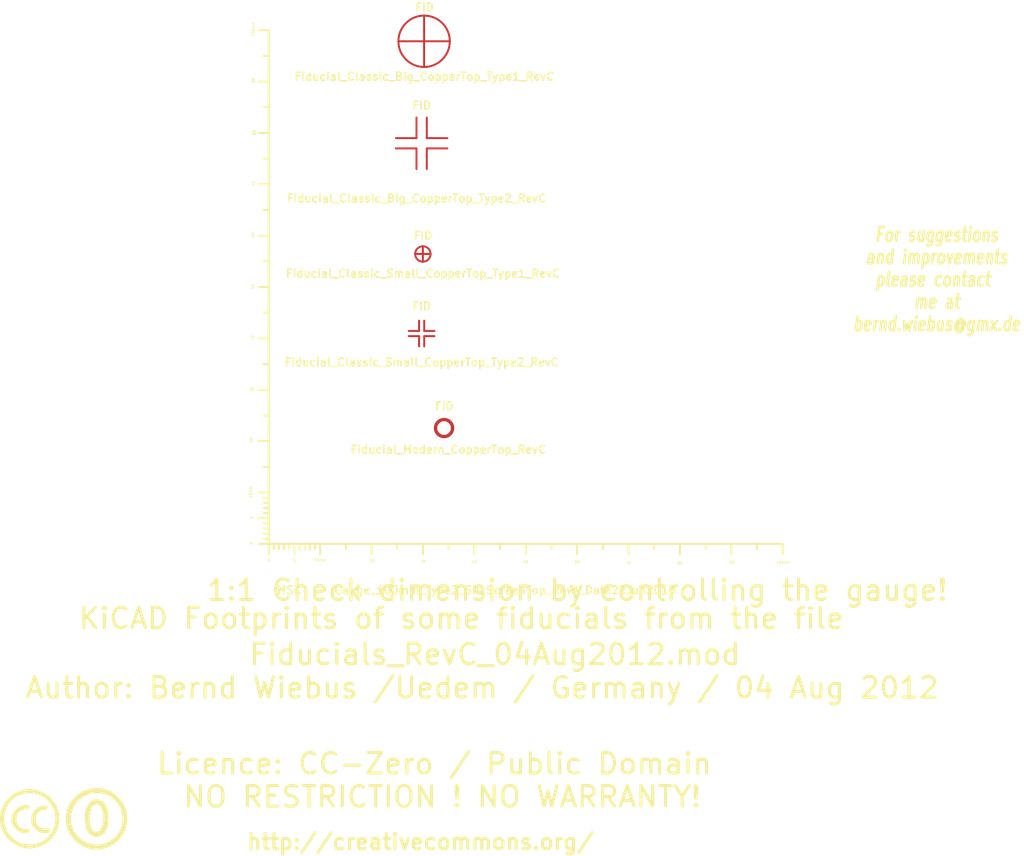
<source format=kicad_pcb>
(kicad_pcb (version 3) (host pcbnew "(2013-03-30 BZR 4007)-stable")

  (general
    (links 0)
    (no_connects 0)
    (area -6.40696 -31.671484 210.30946 192.6694)
    (thickness 1.6002)
    (drawings 7)
    (tracks 0)
    (zones 0)
    (modules 8)
    (nets 1)
  )

  (page A4)
  (layers
    (15 Vorderseite signal)
    (0 Rückseite signal)
    (16 B.Adhes user)
    (17 F.Adhes user)
    (18 B.Paste user)
    (19 F.Paste user)
    (20 B.SilkS user)
    (21 F.SilkS user)
    (22 B.Mask user)
    (23 F.Mask user)
    (24 Dwgs.User user)
    (25 Cmts.User user)
    (26 Eco1.User user)
    (27 Eco2.User user)
    (28 Edge.Cuts user)
  )

  (setup
    (last_trace_width 0.2032)
    (trace_clearance 0.254)
    (zone_clearance 0.508)
    (zone_45_only no)
    (trace_min 0.2032)
    (segment_width 0.381)
    (edge_width 0.381)
    (via_size 0.889)
    (via_drill 0.635)
    (via_min_size 0.889)
    (via_min_drill 0.508)
    (uvia_size 0.508)
    (uvia_drill 0.127)
    (uvias_allowed no)
    (uvia_min_size 0.508)
    (uvia_min_drill 0.127)
    (pcb_text_width 0.3048)
    (pcb_text_size 1.524 2.032)
    (mod_edge_width 0.381)
    (mod_text_size 1.524 1.524)
    (mod_text_width 0.3048)
    (pad_size 1.524 1.524)
    (pad_drill 0.8128)
    (pad_to_mask_clearance 0.254)
    (aux_axis_origin 0 0)
    (visible_elements 7FFFFFFF)
    (pcbplotparams
      (layerselection 3178497)
      (usegerberextensions true)
      (excludeedgelayer true)
      (linewidth 60)
      (plotframeref false)
      (viasonmask false)
      (mode 1)
      (useauxorigin false)
      (hpglpennumber 1)
      (hpglpenspeed 20)
      (hpglpendiameter 15)
      (hpglpenoverlay 0)
      (psnegative false)
      (psa4output false)
      (plotreference true)
      (plotvalue true)
      (plotothertext true)
      (plotinvisibletext false)
      (padsonsilk false)
      (subtractmaskfromsilk false)
      (outputformat 1)
      (mirror false)
      (drillshape 1)
      (scaleselection 1)
      (outputdirectory ""))
  )

  (net 0 "")

  (net_class Default "Dies ist die voreingestellte Netzklasse."
    (clearance 0.254)
    (trace_width 0.2032)
    (via_dia 0.889)
    (via_drill 0.635)
    (uvia_dia 0.508)
    (uvia_drill 0.127)
    (add_net "")
  )

  (module Gauge_100mm_Type2_SilkScreenTop_RevA_Date22Jun2010 (layer Vorderseite) (tedit 501D0A7F) (tstamp 4D88F07A)
    (at 78.00086 129.99974)
    (descr "Gauge, Massstab, 100mm, SilkScreenTop, Type 2,")
    (tags "Gauge, Massstab, 100mm, SilkScreenTop, Type 2,")
    (path Gauge_100mm_Type2_SilkScreenTop_RevA_Date22Jun2010)
    (fp_text reference MSC (at 4.0005 8.99922) (layer F.SilkS)
      (effects (font (size 1.524 1.524) (thickness 0.3048)))
    )
    (fp_text value Gauge_100mm_Type2_SilkScreenTop_RevA_Date22Jun2010 (at 45.9994 8.99922) (layer F.SilkS)
      (effects (font (size 1.524 1.524) (thickness 0.3048)))
    )
    (fp_text user 10mm (at 10.00506 3.0988) (layer F.SilkS)
      (effects (font (size 0.50038 0.50038) (thickness 0.09906)))
    )
    (fp_text user 0 (at 0.00508 3.19786) (layer F.SilkS)
      (effects (font (size 0.50038 0.50038) (thickness 0.09906)))
    )
    (fp_text user 5 (at 5.0038 3.29946) (layer F.SilkS)
      (effects (font (size 0.50038 0.50038) (thickness 0.09906)))
    )
    (fp_text user 20 (at 20.1041 3.29946) (layer F.SilkS)
      (effects (font (size 0.50038 0.50038) (thickness 0.09906)))
    )
    (fp_text user 30 (at 30.00502 3.39852) (layer F.SilkS)
      (effects (font (size 0.50038 0.50038) (thickness 0.09906)))
    )
    (fp_text user 40 (at 40.005 3.50012) (layer F.SilkS)
      (effects (font (size 0.50038 0.50038) (thickness 0.09906)))
    )
    (fp_text user 50 (at 50.00498 3.50012) (layer F.SilkS)
      (effects (font (size 0.50038 0.50038) (thickness 0.09906)))
    )
    (fp_text user 60 (at 60.00496 3.50012) (layer F.SilkS)
      (effects (font (size 0.50038 0.50038) (thickness 0.09906)))
    )
    (fp_text user 70 (at 70.00494 3.70078) (layer F.SilkS)
      (effects (font (size 0.50038 0.50038) (thickness 0.09906)))
    )
    (fp_text user 80 (at 80.00492 3.79984) (layer F.SilkS)
      (effects (font (size 0.50038 0.50038) (thickness 0.09906)))
    )
    (fp_text user 90 (at 90.1065 3.60172) (layer F.SilkS)
      (effects (font (size 0.50038 0.50038) (thickness 0.09906)))
    )
    (fp_text user 100mm (at 100.10648 3.60172) (layer F.SilkS)
      (effects (font (size 0.50038 0.50038) (thickness 0.09906)))
    )
    (fp_line (start 0 -8.99922) (end -1.00076 -8.99922) (layer F.SilkS) (width 0.381))
    (fp_line (start 0 -8.001) (end -1.00076 -8.001) (layer F.SilkS) (width 0.381))
    (fp_line (start 0 -7.00024) (end -1.00076 -7.00024) (layer F.SilkS) (width 0.381))
    (fp_line (start 0 -5.99948) (end -1.00076 -5.99948) (layer F.SilkS) (width 0.381))
    (fp_line (start 0 -4.0005) (end -1.00076 -4.0005) (layer F.SilkS) (width 0.381))
    (fp_line (start 0 -2.99974) (end -1.00076 -2.99974) (layer F.SilkS) (width 0.381))
    (fp_line (start 0 -1.99898) (end -1.00076 -1.99898) (layer F.SilkS) (width 0.381))
    (fp_line (start 0 -1.00076) (end -1.00076 -1.00076) (layer F.SilkS) (width 0.381))
    (fp_line (start 0 0) (end -1.99898 0) (layer F.SilkS) (width 0.381))
    (fp_line (start 0 -5.00126) (end -1.99898 -5.00126) (layer F.SilkS) (width 0.381))
    (fp_line (start 0 -9.99998) (end -1.99898 -9.99998) (layer F.SilkS) (width 0.381))
    (fp_line (start 0 -15.00124) (end -1.00076 -15.00124) (layer F.SilkS) (width 0.381))
    (fp_line (start 0 -19.99996) (end -1.99898 -19.99996) (layer F.SilkS) (width 0.381))
    (fp_line (start 0 -25.00122) (end -1.00076 -25.00122) (layer F.SilkS) (width 0.381))
    (fp_line (start 0 -29.99994) (end -1.99898 -29.99994) (layer F.SilkS) (width 0.381))
    (fp_line (start 0 -35.0012) (end -1.00076 -35.0012) (layer F.SilkS) (width 0.381))
    (fp_line (start 0 -39.99992) (end -1.99898 -39.99992) (layer F.SilkS) (width 0.381))
    (fp_line (start 0 -45.00118) (end -1.00076 -45.00118) (layer F.SilkS) (width 0.381))
    (fp_line (start 0 -49.9999) (end -1.99898 -49.9999) (layer F.SilkS) (width 0.381))
    (fp_line (start 0 -55.00116) (end -1.00076 -55.00116) (layer F.SilkS) (width 0.381))
    (fp_line (start 0 -59.99988) (end -1.99898 -59.99988) (layer F.SilkS) (width 0.381))
    (fp_line (start 0 -65.00114) (end -1.00076 -65.00114) (layer F.SilkS) (width 0.381))
    (fp_line (start 0 -69.99986) (end -1.99898 -69.99986) (layer F.SilkS) (width 0.381))
    (fp_line (start 0 -75.00112) (end -1.00076 -75.00112) (layer F.SilkS) (width 0.381))
    (fp_line (start 0 -79.99984) (end -1.99898 -79.99984) (layer F.SilkS) (width 0.381))
    (fp_line (start 0 -85.0011) (end -1.00076 -85.0011) (layer F.SilkS) (width 0.381))
    (fp_line (start 0 -89.99982) (end -1.99898 -89.99982) (layer F.SilkS) (width 0.381))
    (fp_line (start 0 -95.00108) (end -1.00076 -95.00108) (layer F.SilkS) (width 0.381))
    (fp_line (start 0 0) (end 0 -99.9998) (layer F.SilkS) (width 0.381))
    (fp_line (start 0 -99.9998) (end -1.99898 -99.9998) (layer F.SilkS) (width 0.381))
    (fp_text user 100mm (at -2.99974 -100.20554 90) (layer F.SilkS)
      (effects (font (size 0.50038 0.50038) (thickness 0.09906)))
    )
    (fp_text user 90 (at -2.99974 -90.20556 90) (layer F.SilkS)
      (effects (font (size 0.50038 0.50038) (thickness 0.09906)))
    )
    (fp_text user 80 (at -2.80162 -80.10398 90) (layer F.SilkS)
      (effects (font (size 0.50038 0.50038) (thickness 0.09906)))
    )
    (fp_text user 70 (at -2.90068 -70.104 90) (layer F.SilkS)
      (effects (font (size 0.50038 0.50038) (thickness 0.09906)))
    )
    (fp_text user 60 (at -3.10134 -60.10402 90) (layer F.SilkS)
      (effects (font (size 0.50038 0.50038) (thickness 0.09906)))
    )
    (fp_text user 50 (at -3.10134 -50.10404 90) (layer F.SilkS)
      (effects (font (size 0.50038 0.50038) (thickness 0.09906)))
    )
    (fp_text user 40 (at -3.10134 -40.10406 90) (layer F.SilkS)
      (effects (font (size 0.50038 0.50038) (thickness 0.09906)))
    )
    (fp_text user 30 (at -3.20294 -30.10408 90) (layer F.SilkS)
      (effects (font (size 0.50038 0.50038) (thickness 0.09906)))
    )
    (fp_text user 20 (at -3.302 -20.20316 90) (layer F.SilkS)
      (effects (font (size 0.50038 0.50038) (thickness 0.09906)))
    )
    (fp_line (start 95.00108 0) (end 95.00108 1.00076) (layer F.SilkS) (width 0.381))
    (fp_line (start 89.99982 0) (end 89.99982 1.99898) (layer F.SilkS) (width 0.381))
    (fp_line (start 85.0011 0) (end 85.0011 1.00076) (layer F.SilkS) (width 0.381))
    (fp_line (start 79.99984 0) (end 79.99984 1.99898) (layer F.SilkS) (width 0.381))
    (fp_line (start 75.00112 0) (end 75.00112 1.00076) (layer F.SilkS) (width 0.381))
    (fp_line (start 69.99986 0) (end 69.99986 1.99898) (layer F.SilkS) (width 0.381))
    (fp_line (start 65.00114 0) (end 65.00114 1.00076) (layer F.SilkS) (width 0.381))
    (fp_line (start 59.99988 0) (end 59.99988 1.99898) (layer F.SilkS) (width 0.381))
    (fp_line (start 55.00116 0) (end 55.00116 1.00076) (layer F.SilkS) (width 0.381))
    (fp_line (start 49.9999 0) (end 49.9999 1.99898) (layer F.SilkS) (width 0.381))
    (fp_line (start 45.00118 0) (end 45.00118 1.00076) (layer F.SilkS) (width 0.381))
    (fp_line (start 39.99992 0) (end 39.99992 1.99898) (layer F.SilkS) (width 0.381))
    (fp_line (start 35.0012 0) (end 35.0012 1.00076) (layer F.SilkS) (width 0.381))
    (fp_line (start 29.99994 0) (end 29.99994 1.99898) (layer F.SilkS) (width 0.381))
    (fp_line (start 25.00122 0) (end 25.00122 1.00076) (layer F.SilkS) (width 0.381))
    (fp_line (start 19.99996 0) (end 19.99996 1.99898) (layer F.SilkS) (width 0.381))
    (fp_line (start 15.00124 0) (end 15.00124 1.00076) (layer F.SilkS) (width 0.381))
    (fp_line (start 9.99998 0) (end 99.9998 0) (layer F.SilkS) (width 0.381))
    (fp_line (start 99.9998 0) (end 99.9998 1.99898) (layer F.SilkS) (width 0.381))
    (fp_text user 5 (at -3.302 -5.10286 90) (layer F.SilkS)
      (effects (font (size 0.50038 0.50038) (thickness 0.09906)))
    )
    (fp_text user 0 (at -3.4036 -0.10414 90) (layer F.SilkS)
      (effects (font (size 0.50038 0.50038) (thickness 0.09906)))
    )
    (fp_text user 10mm (at -3.50266 -10.10412 90) (layer F.SilkS)
      (effects (font (size 0.50038 0.50038) (thickness 0.09906)))
    )
    (fp_line (start 8.99922 0) (end 8.99922 1.00076) (layer F.SilkS) (width 0.381))
    (fp_line (start 8.001 0) (end 8.001 1.00076) (layer F.SilkS) (width 0.381))
    (fp_line (start 7.00024 0) (end 7.00024 1.00076) (layer F.SilkS) (width 0.381))
    (fp_line (start 5.99948 0) (end 5.99948 1.00076) (layer F.SilkS) (width 0.381))
    (fp_line (start 4.0005 0) (end 4.0005 1.00076) (layer F.SilkS) (width 0.381))
    (fp_line (start 2.99974 0) (end 2.99974 1.00076) (layer F.SilkS) (width 0.381))
    (fp_line (start 1.99898 0) (end 1.99898 1.00076) (layer F.SilkS) (width 0.381))
    (fp_line (start 1.00076 0) (end 1.00076 1.00076) (layer F.SilkS) (width 0.381))
    (fp_line (start 5.00126 0) (end 5.00126 1.99898) (layer F.SilkS) (width 0.381))
    (fp_line (start 0 0) (end 0 1.99898) (layer F.SilkS) (width 0.381))
    (fp_line (start 0 0) (end 9.99998 0) (layer F.SilkS) (width 0.381))
    (fp_line (start 9.99998 0) (end 9.99998 1.99898) (layer F.SilkS) (width 0.381))
  )

  (module Fiducial_classic_big_CopperTop_Type1_RevC (layer Vorderseite) (tedit 501D0A2E) (tstamp 501D09AD)
    (at 108.2294 32.15894)
    (descr "Fiducial, Classical, Big, Copper Top, Typ 1, Passermarke,")
    (tags "Fiducial, Classical, Big, Copper Top, Typ 1, Passermarke,")
    (path Fiducial_classic_big_CopperTop_Type1_RevC)
    (solder_mask_margin 2.99974)
    (fp_text reference FID (at 0.07874 -6.60908) (layer F.SilkS)
      (effects (font (size 1.524 1.524) (thickness 0.3048)))
    )
    (fp_text value Fiducial_Classic_Big_CopperTop_Type1_RevC (at 0.04064 6.8707) (layer F.SilkS)
      (effects (font (size 1.524 1.524) (thickness 0.3048)))
    )
    (fp_line (start -5.00126 0) (end 5.00126 0) (layer Vorderseite) (width 0.381))
    (fp_line (start 0 -5.00126) (end 0 5.00126) (layer Vorderseite) (width 0.381))
    (fp_circle (center 0 0) (end 5.00126 0) (layer Vorderseite) (width 0.381))
    (pad ~ smd circle (at 0 0) (size 11.00074 11.00074)
      (layers F.Mask)
      (solder_mask_margin 2.99974)
    )
  )

  (module Fiducial_classic_big_CopperTop_Type2_RevC (layer Vorderseite) (tedit 501D0A45) (tstamp 501D09BE)
    (at 107.74934 52.00904)
    (descr "Fiducial, Classical, Big, Copper Top, Typ 2, Passermarke,")
    (tags "Fiducial, Classical, Big, Copper Top, Typ 2, Passermarke,")
    (path Fiducial_classic_big_CopperTop_Type2_RevC)
    (solder_mask_margin 2.99974)
    (fp_text reference FID (at 0 -7.366) (layer F.SilkS)
      (effects (font (size 1.524 1.524) (thickness 0.3048)))
    )
    (fp_text value Fiducial_Classic_Big_CopperTop_Type2_RevC (at -1.02108 10.72896) (layer F.SilkS)
      (effects (font (size 1.524 1.524) (thickness 0.3048)))
    )
    (fp_line (start -1.00076 1.00076) (end -1.00076 5.00126) (layer Vorderseite) (width 0.381))
    (fp_line (start -1.00076 1.00076) (end -5.00126 1.00076) (layer Vorderseite) (width 0.381))
    (fp_line (start -1.00076 -1.00076) (end -5.00126 -1.00076) (layer Vorderseite) (width 0.381))
    (fp_line (start -1.00076 -1.00076) (end -1.00076 -5.00126) (layer Vorderseite) (width 0.381))
    (fp_line (start 1.00076 1.00076) (end 1.00076 5.00126) (layer Vorderseite) (width 0.381))
    (fp_line (start 1.00076 1.00076) (end 5.00126 1.00076) (layer Vorderseite) (width 0.381))
    (fp_line (start 1.00076 -1.00076) (end 5.00126 -1.00076) (layer Vorderseite) (width 0.381))
    (fp_line (start 1.00076 -1.00076) (end 1.00076 -5.00126) (layer Vorderseite) (width 0.381))
    (pad ~ smd rect (at 0 0) (size 11.99896 11.99896)
      (layers F.Mask)
      (solder_mask_margin 2.99974)
    )
  )

  (module Fiducial_classic_Small_CopperTop_Type1_RevC (layer Vorderseite) (tedit 501D0A6C) (tstamp 501D09DC)
    (at 107.99064 73.56094)
    (descr "Fiducial, Classical, Small, Copper Top, Typ 1, Passermarke,")
    (tags "Fiducial, Classical, Small, Copper Top, Typ 1, Passermarke,")
    (path Fiducial_classic_Small_CopperTop_Type1_RevC)
    (solder_mask_margin 2.99974)
    (fp_text reference FID (at 0 -3.556) (layer F.SilkS)
      (effects (font (size 1.524 1.524) (thickness 0.3048)))
    )
    (fp_text value Fiducial_Classic_Small_CopperTop_Type1_RevC (at 0 3.81) (layer F.SilkS)
      (effects (font (size 1.524 1.524) (thickness 0.3048)))
    )
    (fp_line (start -1.50114 0) (end 1.50114 0) (layer Vorderseite) (width 0.381))
    (fp_line (start 0 -1.50114) (end 0 1.50114) (layer Vorderseite) (width 0.381))
    (fp_circle (center 0 0) (end 1.50114 0) (layer Vorderseite) (width 0.381))
    (pad ~ smd circle (at 0 0) (size 4.50088 4.50088)
      (layers F.Mask)
      (solder_mask_margin 2.99974)
    )
  )

  (module Fiducial_classic_Small_CopperTop_Type2_RevC (layer Vorderseite) (tedit 501D0A92) (tstamp 501D09EE)
    (at 107.74934 89.04986)
    (descr "Fiducial, Classical, Small, Copper Top, Typ 2, Passermarke,")
    (tags "Fiducial, Classical, Small, Copper Top, Typ 2, Passermarke,")
    (path Fiducial_classic_Small_CopperTop_Type2_RevC)
    (solder_mask_margin 2.99974)
    (fp_text reference FID (at 0 -5.334) (layer F.SilkS)
      (effects (font (size 1.524 1.524) (thickness 0.3048)))
    )
    (fp_text value Fiducial_Classic_Small_CopperTop_Type2_RevC (at 0 5.588) (layer F.SilkS)
      (effects (font (size 1.524 1.524) (thickness 0.3048)))
    )
    (fp_line (start 0.50038 0.50038) (end 0.50038 2.49936) (layer Vorderseite) (width 0.381))
    (fp_line (start 0.50038 0.50038) (end 2.49936 0.50038) (layer Vorderseite) (width 0.381))
    (fp_line (start -0.50038 0.50038) (end -0.50038 2.49936) (layer Vorderseite) (width 0.381))
    (fp_line (start -0.50038 0.50038) (end -2.49936 0.50038) (layer Vorderseite) (width 0.381))
    (fp_line (start -0.50038 -0.50038) (end -2.49936 -0.50038) (layer Vorderseite) (width 0.381))
    (fp_line (start -0.50038 -0.50038) (end -0.50038 -2.49936) (layer Vorderseite) (width 0.381))
    (fp_line (start 0.50038 -0.50038) (end 2.49936 -0.50038) (layer Vorderseite) (width 0.381))
    (fp_line (start 0.50038 -0.50038) (end 0.50038 -2.49936) (layer Vorderseite) (width 0.381))
    (pad ~ smd circle (at 0 0) (size 6.49986 6.49986)
      (layers F.Mask)
      (solder_mask_margin 2.99974)
    )
  )

  (module Fiducial_Modern_CopperTop_RevC (layer Vorderseite) (tedit 501D0AA8) (tstamp 501D09FE)
    (at 112.11052 107.44962)
    (descr "Fiducial, Modern, Copper Top, Passermarke,")
    (tags "Fiducial, Modern, Copper Top, Passermarke,")
    (path Fiducial_Modern_CopperTop_RevC)
    (solder_mask_margin 2.99974)
    (fp_text reference FID (at 0.03048 -4.26974) (layer F.SilkS)
      (effects (font (size 1.524 1.524) (thickness 0.3048)))
    )
    (fp_text value Fiducial_Modern_CopperTop_RevC (at 0.81026 4.18084) (layer F.SilkS)
      (effects (font (size 1.524 1.524) (thickness 0.3048)))
    )
    (fp_circle (center 0 0) (end 1.52908 0) (layer Vorderseite) (width 0.381))
    (fp_circle (center 0 0) (end 1.7907 0) (layer Vorderseite) (width 0.381))
    (pad ~ smd circle (at 0 0) (size 4.8006 4.8006)
      (layers F.Mask)
      (solder_mask_margin 2.99974)
    )
  )

  (module Symbol_CC-PublicDomain_SilkScreenTop_Big (layer Vorderseite) (tedit 515D641F) (tstamp 515F0B64)
    (at 44.5 183.5)
    (descr "Symbol, CC-PublicDomain, SilkScreen Top, Big,")
    (tags "Symbol, CC-PublicDomain, SilkScreen Top, Big,")
    (path Symbol_CC-Noncommercial_CopperTop_Big)
    (fp_text reference Sym (at 0.59944 -7.29996) (layer F.SilkS) hide
      (effects (font (size 1.524 1.524) (thickness 0.3048)))
    )
    (fp_text value Symbol_CC-PublicDomain_SilkScreenTop_Big (at 0.59944 8.001) (layer F.SilkS) hide
      (effects (font (size 1.524 1.524) (thickness 0.3048)))
    )
    (fp_circle (center 0 0) (end 5.8 -0.05) (layer F.SilkS) (width 0.381))
    (fp_circle (center 0 0) (end 5.5 0) (layer F.SilkS) (width 0.381))
    (fp_circle (center 0.05 0) (end 5.25 0) (layer F.SilkS) (width 0.381))
    (fp_line (start 1.1 -2.5) (end 1.4 -1.9) (layer F.SilkS) (width 0.381))
    (fp_line (start -1.8 1.2) (end -1.6 1.9) (layer F.SilkS) (width 0.381))
    (fp_line (start -1.6 1.9) (end -1.2 2.5) (layer F.SilkS) (width 0.381))
    (fp_line (start 0 -3) (end 0.75 -2.75) (layer F.SilkS) (width 0.381))
    (fp_line (start 0.75 -2.75) (end 1 -2.25) (layer F.SilkS) (width 0.381))
    (fp_line (start 1 -2.25) (end 1.5 -1) (layer F.SilkS) (width 0.381))
    (fp_line (start 1.5 -1) (end 1.5 -0.5) (layer F.SilkS) (width 0.381))
    (fp_line (start 1.5 -0.5) (end 1.5 0.5) (layer F.SilkS) (width 0.381))
    (fp_line (start 1.5 0.5) (end 1.25 1.5) (layer F.SilkS) (width 0.381))
    (fp_line (start 1.25 1.5) (end 0.75 2.5) (layer F.SilkS) (width 0.381))
    (fp_line (start 0.75 2.5) (end 0.25 2.75) (layer F.SilkS) (width 0.381))
    (fp_line (start 0.25 2.75) (end -0.25 2.75) (layer F.SilkS) (width 0.381))
    (fp_line (start -0.25 2.75) (end -0.75 2.5) (layer F.SilkS) (width 0.381))
    (fp_line (start -0.75 2.5) (end -1.25 1.75) (layer F.SilkS) (width 0.381))
    (fp_line (start -1.25 1.75) (end -1.5 0.75) (layer F.SilkS) (width 0.381))
    (fp_line (start -1.5 0.75) (end -1.5 -0.75) (layer F.SilkS) (width 0.381))
    (fp_line (start -1.5 -0.75) (end -1.25 -1.75) (layer F.SilkS) (width 0.381))
    (fp_line (start -1.25 -1.75) (end -1 -2.5) (layer F.SilkS) (width 0.381))
    (fp_line (start -1 -2.5) (end -0.3 -2.9) (layer F.SilkS) (width 0.381))
    (fp_line (start -0.3 -2.9) (end 0.2 -3) (layer F.SilkS) (width 0.381))
    (fp_line (start 0.2 -3) (end 0.8 -3) (layer F.SilkS) (width 0.381))
    (fp_line (start 0.8 -3) (end 1.4 -2.3) (layer F.SilkS) (width 0.381))
    (fp_line (start 1.4 -2.3) (end 1.6 -1.4) (layer F.SilkS) (width 0.381))
    (fp_line (start 1.6 -1.4) (end 1.7 -0.3) (layer F.SilkS) (width 0.381))
    (fp_line (start 1.7 -0.3) (end 1.7 0.9) (layer F.SilkS) (width 0.381))
    (fp_line (start 1.7 0.9) (end 1.4 1.8) (layer F.SilkS) (width 0.381))
    (fp_line (start 1.4 1.8) (end 1 2.7) (layer F.SilkS) (width 0.381))
    (fp_line (start 1 2.7) (end 0.5 3) (layer F.SilkS) (width 0.381))
    (fp_line (start 0.5 3) (end -0.4 3) (layer F.SilkS) (width 0.381))
    (fp_line (start -0.4 3) (end -1.3 2.3) (layer F.SilkS) (width 0.381))
    (fp_line (start -1.3 2.3) (end -1.7 1) (layer F.SilkS) (width 0.381))
    (fp_line (start -1.7 1) (end -1.8 -0.7) (layer F.SilkS) (width 0.381))
    (fp_line (start -1.8 -0.7) (end -1.4 -2.2) (layer F.SilkS) (width 0.381))
    (fp_line (start -1.4 -2.2) (end -1 -2.9) (layer F.SilkS) (width 0.381))
    (fp_line (start -1 -2.9) (end -0.2 -3.3) (layer F.SilkS) (width 0.381))
    (fp_line (start -0.2 -3.3) (end 0.7 -3.2) (layer F.SilkS) (width 0.381))
    (fp_line (start 0.7 -3.2) (end 1.3 -3.1) (layer F.SilkS) (width 0.381))
    (fp_line (start 1.3 -3.1) (end 1.7 -2.4) (layer F.SilkS) (width 0.381))
    (fp_line (start 1.7 -2.4) (end 2 -1.6) (layer F.SilkS) (width 0.381))
    (fp_line (start 2 -1.6) (end 2.1 -0.6) (layer F.SilkS) (width 0.381))
    (fp_line (start 2.1 -0.6) (end 2.1 0.3) (layer F.SilkS) (width 0.381))
    (fp_line (start 2.1 0.3) (end 2.1 1.3) (layer F.SilkS) (width 0.381))
    (fp_line (start 2.1 1.3) (end 1.9 1.8) (layer F.SilkS) (width 0.381))
    (fp_line (start 1.9 1.8) (end 1.5 2.6) (layer F.SilkS) (width 0.381))
    (fp_line (start 1.5 2.6) (end 1.1 3) (layer F.SilkS) (width 0.381))
    (fp_line (start 1.1 3) (end 0.4 3.3) (layer F.SilkS) (width 0.381))
    (fp_line (start 0.4 3.3) (end -0.1 3.4) (layer F.SilkS) (width 0.381))
    (fp_line (start -0.1 3.4) (end -0.8 3.2) (layer F.SilkS) (width 0.381))
    (fp_line (start -0.8 3.2) (end -1.5 2.6) (layer F.SilkS) (width 0.381))
    (fp_line (start -1.5 2.6) (end -1.9 1.7) (layer F.SilkS) (width 0.381))
    (fp_line (start -1.9 1.7) (end -2.1 0.4) (layer F.SilkS) (width 0.381))
    (fp_line (start -2.1 0.4) (end -2.1 -0.6) (layer F.SilkS) (width 0.381))
    (fp_line (start -2.1 -0.6) (end -2 -1.6) (layer F.SilkS) (width 0.381))
    (fp_line (start -2 -1.6) (end -1.7 -2.4) (layer F.SilkS) (width 0.381))
    (fp_line (start -1.7 -2.4) (end -1.2 -3.1) (layer F.SilkS) (width 0.381))
    (fp_line (start -1.2 -3.1) (end -0.4 -3.6) (layer F.SilkS) (width 0.381))
    (fp_line (start -0.4 -3.6) (end 0.4 -3.6) (layer F.SilkS) (width 0.381))
    (fp_line (start 0.4 -3.6) (end 1.1 -3.2) (layer F.SilkS) (width 0.381))
    (fp_line (start 1.1 -3.2) (end 1.1 -2.9) (layer F.SilkS) (width 0.381))
    (fp_line (start 1.1 -2.9) (end 1.8 -1.5) (layer F.SilkS) (width 0.381))
    (fp_line (start 1.8 -1.5) (end 1.8 -0.4) (layer F.SilkS) (width 0.381))
    (fp_line (start 1.8 -0.4) (end 1.8 1.1) (layer F.SilkS) (width 0.381))
    (fp_line (start 1.8 1.1) (end 1.2 2.6) (layer F.SilkS) (width 0.381))
    (fp_line (start 1.2 2.6) (end 0.2 3.2) (layer F.SilkS) (width 0.381))
    (fp_line (start 0.2 3.2) (end -0.5 3.2) (layer F.SilkS) (width 0.381))
    (fp_line (start -0.5 3.2) (end -1.1 2.7) (layer F.SilkS) (width 0.381))
    (fp_line (start -1.1 2.7) (end -1.9 0.6) (layer F.SilkS) (width 0.381))
    (fp_line (start -1.9 0.6) (end -1.7 -1.9) (layer F.SilkS) (width 0.381))
  )

  (module Symbol_CreativeCommons_SilkScreenTop_Type2_Big (layer Vorderseite) (tedit 515D640C) (tstamp 515D6AF0)
    (at 31.5 183.5)
    (descr "Symbol, Creative Commons, SilkScreen Top, Type 2, Big,")
    (tags "Symbol, Creative Commons, SilkScreen Top, Type 2, Big,")
    (path Symbol_CreativeCommons_CopperTop_Type2_Big)
    (fp_text reference Sym (at 0.59944 -7.29996) (layer F.SilkS) hide
      (effects (font (size 1.524 1.524) (thickness 0.3048)))
    )
    (fp_text value Symbol_CreativeCommons_Typ2_SilkScreenTop_Big (at 0.59944 8.001) (layer F.SilkS) hide
      (effects (font (size 1.524 1.524) (thickness 0.3048)))
    )
    (fp_line (start -0.70104 2.70002) (end -0.29972 2.60096) (layer F.SilkS) (width 0.381))
    (fp_line (start -0.29972 2.60096) (end -0.20066 2.10058) (layer F.SilkS) (width 0.381))
    (fp_line (start -2.49936 -1.69926) (end -2.70002 -1.6002) (layer F.SilkS) (width 0.381))
    (fp_line (start -2.70002 -1.6002) (end -3.0988 -1.00076) (layer F.SilkS) (width 0.381))
    (fp_line (start -3.0988 -1.00076) (end -3.29946 -0.50038) (layer F.SilkS) (width 0.381))
    (fp_line (start -3.29946 -0.50038) (end -3.40106 0.39878) (layer F.SilkS) (width 0.381))
    (fp_line (start -3.40106 0.39878) (end -3.29946 0.89916) (layer F.SilkS) (width 0.381))
    (fp_line (start -0.19812 2.4003) (end -0.29718 2.59842) (layer F.SilkS) (width 0.381))
    (fp_line (start 3.70078 2.10058) (end 3.79984 2.4003) (layer F.SilkS) (width 0.381))
    (fp_line (start 2.99974 -2.4003) (end 3.29946 -2.30124) (layer F.SilkS) (width 0.381))
    (fp_line (start 3.29946 -2.30124) (end 3.0988 -1.99898) (layer F.SilkS) (width 0.381))
    (fp_line (start 0 -5.40004) (end -0.50038 -5.40004) (layer F.SilkS) (width 0.381))
    (fp_line (start -0.50038 -5.40004) (end -1.30048 -5.10032) (layer F.SilkS) (width 0.381))
    (fp_line (start -1.30048 -5.10032) (end -1.99898 -4.89966) (layer F.SilkS) (width 0.381))
    (fp_line (start -1.99898 -4.89966) (end -2.70002 -4.699) (layer F.SilkS) (width 0.381))
    (fp_line (start -2.70002 -4.699) (end -3.29946 -4.20116) (layer F.SilkS) (width 0.381))
    (fp_line (start -3.29946 -4.20116) (end -4.0005 -3.59918) (layer F.SilkS) (width 0.381))
    (fp_line (start -4.0005 -3.59918) (end -4.50088 -2.99974) (layer F.SilkS) (width 0.381))
    (fp_line (start -4.50088 -2.99974) (end -5.00126 -2.10058) (layer F.SilkS) (width 0.381))
    (fp_line (start -5.00126 -2.10058) (end -5.30098 -1.09982) (layer F.SilkS) (width 0.381))
    (fp_line (start -5.30098 -1.09982) (end -5.40004 0.09906) (layer F.SilkS) (width 0.381))
    (fp_line (start -5.40004 0.09906) (end -5.19938 1.30048) (layer F.SilkS) (width 0.381))
    (fp_line (start -5.19938 1.30048) (end -4.8006 2.4003) (layer F.SilkS) (width 0.381))
    (fp_line (start -4.8006 2.4003) (end -3.79984 3.8989) (layer F.SilkS) (width 0.381))
    (fp_line (start -3.79984 3.8989) (end -2.60096 4.8006) (layer F.SilkS) (width 0.381))
    (fp_line (start -2.60096 4.8006) (end -1.30048 5.30098) (layer F.SilkS) (width 0.381))
    (fp_line (start -1.30048 5.30098) (end 0.09906 5.30098) (layer F.SilkS) (width 0.381))
    (fp_line (start 0.09906 5.30098) (end 1.6002 5.19938) (layer F.SilkS) (width 0.381))
    (fp_line (start 1.6002 5.19938) (end 2.60096 4.699) (layer F.SilkS) (width 0.381))
    (fp_line (start 2.60096 4.699) (end 4.20116 3.40106) (layer F.SilkS) (width 0.381))
    (fp_line (start 4.20116 3.40106) (end 5.00126 1.80086) (layer F.SilkS) (width 0.381))
    (fp_line (start 5.00126 1.80086) (end 5.40004 0.29972) (layer F.SilkS) (width 0.381))
    (fp_line (start 5.40004 0.29972) (end 5.19938 -1.39954) (layer F.SilkS) (width 0.381))
    (fp_line (start 5.19938 -1.39954) (end 4.699 -2.49936) (layer F.SilkS) (width 0.381))
    (fp_line (start 4.699 -2.49936) (end 3.40106 -4.09956) (layer F.SilkS) (width 0.381))
    (fp_line (start 3.40106 -4.09956) (end 2.4003 -4.8006) (layer F.SilkS) (width 0.381))
    (fp_line (start 2.4003 -4.8006) (end 1.39954 -5.19938) (layer F.SilkS) (width 0.381))
    (fp_line (start 1.39954 -5.19938) (end 0 -5.30098) (layer F.SilkS) (width 0.381))
    (fp_line (start 0.60198 -0.70104) (end 0.50292 -0.20066) (layer F.SilkS) (width 0.381))
    (fp_line (start 0.50292 -0.20066) (end 0.50292 0.49784) (layer F.SilkS) (width 0.381))
    (fp_line (start 0.50292 0.49784) (end 0.60198 1.09982) (layer F.SilkS) (width 0.381))
    (fp_line (start 0.60198 1.09982) (end 1.00076 1.69926) (layer F.SilkS) (width 0.381))
    (fp_line (start 1.00076 1.69926) (end 1.50114 2.19964) (layer F.SilkS) (width 0.381))
    (fp_line (start 1.50114 2.19964) (end 2.10058 2.49936) (layer F.SilkS) (width 0.381))
    (fp_line (start 2.10058 2.49936) (end 2.60096 2.59842) (layer F.SilkS) (width 0.381))
    (fp_line (start 2.60096 2.59842) (end 3.00228 2.59842) (layer F.SilkS) (width 0.381))
    (fp_line (start 3.00228 2.59842) (end 3.40106 2.59842) (layer F.SilkS) (width 0.381))
    (fp_line (start 3.40106 2.59842) (end 3.80238 2.49936) (layer F.SilkS) (width 0.381))
    (fp_line (start 3.80238 2.49936) (end 3.70078 2.2987) (layer F.SilkS) (width 0.381))
    (fp_line (start 3.70078 2.2987) (end 2.80162 2.4003) (layer F.SilkS) (width 0.381))
    (fp_line (start 2.80162 2.4003) (end 1.80086 2.09804) (layer F.SilkS) (width 0.381))
    (fp_line (start 1.80086 2.09804) (end 1.20142 1.6002) (layer F.SilkS) (width 0.381))
    (fp_line (start 1.20142 1.6002) (end 0.80264 0.6985) (layer F.SilkS) (width 0.381))
    (fp_line (start 0.80264 0.6985) (end 0.70104 -0.29972) (layer F.SilkS) (width 0.381))
    (fp_line (start 0.70104 -0.29972) (end 1.00076 -1.00076) (layer F.SilkS) (width 0.381))
    (fp_line (start 1.00076 -1.00076) (end 1.60274 -1.7018) (layer F.SilkS) (width 0.381))
    (fp_line (start 1.60274 -1.7018) (end 2.30124 -2.10058) (layer F.SilkS) (width 0.381))
    (fp_line (start 2.30124 -2.10058) (end 3.00228 -2.10058) (layer F.SilkS) (width 0.381))
    (fp_line (start 3.00228 -2.10058) (end 3.10134 -1.89992) (layer F.SilkS) (width 0.381))
    (fp_line (start 3.10134 -1.89992) (end 2.5019 -1.89992) (layer F.SilkS) (width 0.381))
    (fp_line (start 2.5019 -1.89992) (end 1.80086 -1.6002) (layer F.SilkS) (width 0.381))
    (fp_line (start 1.80086 -1.6002) (end 1.30048 -1.00076) (layer F.SilkS) (width 0.381))
    (fp_line (start 1.30048 -1.00076) (end 1.00076 -0.40132) (layer F.SilkS) (width 0.381))
    (fp_line (start 1.00076 -0.40132) (end 1.00076 0.09906) (layer F.SilkS) (width 0.381))
    (fp_line (start 1.00076 0.09906) (end 1.00076 0.6985) (layer F.SilkS) (width 0.381))
    (fp_line (start 1.00076 0.6985) (end 1.30048 1.19888) (layer F.SilkS) (width 0.381))
    (fp_line (start 1.30048 1.19888) (end 1.7018 1.69926) (layer F.SilkS) (width 0.381))
    (fp_line (start 1.7018 1.69926) (end 2.30124 1.99898) (layer F.SilkS) (width 0.381))
    (fp_line (start 2.30124 1.99898) (end 2.90068 2.09804) (layer F.SilkS) (width 0.381))
    (fp_line (start 2.90068 2.09804) (end 3.40106 2.09804) (layer F.SilkS) (width 0.381))
    (fp_line (start 3.40106 2.09804) (end 3.70078 1.99898) (layer F.SilkS) (width 0.381))
    (fp_line (start 3.00228 -2.4003) (end 2.40284 -2.4003) (layer F.SilkS) (width 0.381))
    (fp_line (start 2.40284 -2.4003) (end 2.00152 -2.20218) (layer F.SilkS) (width 0.381))
    (fp_line (start 2.00152 -2.20218) (end 1.50114 -2.00152) (layer F.SilkS) (width 0.381))
    (fp_line (start 1.50114 -2.00152) (end 1.10236 -1.6002) (layer F.SilkS) (width 0.381))
    (fp_line (start 1.10236 -1.6002) (end 0.80264 -1.09982) (layer F.SilkS) (width 0.381))
    (fp_line (start 0.80264 -1.09982) (end 0.60198 -0.70104) (layer F.SilkS) (width 0.381))
    (fp_line (start -0.39878 -1.99898) (end -0.89916 -1.99898) (layer F.SilkS) (width 0.381))
    (fp_line (start -0.89916 -1.99898) (end -1.39954 -1.89738) (layer F.SilkS) (width 0.381))
    (fp_line (start -1.39954 -1.89738) (end -1.89992 -1.59766) (layer F.SilkS) (width 0.381))
    (fp_line (start -1.89992 -1.59766) (end -2.4003 -1.19888) (layer F.SilkS) (width 0.381))
    (fp_line (start -2.4003 -1.30048) (end -2.70002 -0.8001) (layer F.SilkS) (width 0.381))
    (fp_line (start -2.70002 -0.8001) (end -2.79908 -0.29972) (layer F.SilkS) (width 0.381))
    (fp_line (start -2.79908 -0.29972) (end -2.79908 0.20066) (layer F.SilkS) (width 0.381))
    (fp_line (start -2.79908 0.20066) (end -2.59842 1.00076) (layer F.SilkS) (width 0.381))
    (fp_line (start -2.69748 1.00076) (end -2.39776 1.39954) (layer F.SilkS) (width 0.381))
    (fp_line (start -2.29616 1.4986) (end -1.79578 1.89992) (layer F.SilkS) (width 0.381))
    (fp_line (start -1.79578 1.89992) (end -1.29794 2.09804) (layer F.SilkS) (width 0.381))
    (fp_line (start -1.29794 2.09804) (end -0.89662 2.19964) (layer F.SilkS) (width 0.381))
    (fp_line (start -0.89662 2.19964) (end -0.49784 2.19964) (layer F.SilkS) (width 0.381))
    (fp_line (start -0.49784 2.19964) (end -0.19812 2.09804) (layer F.SilkS) (width 0.381))
    (fp_line (start -0.19812 2.09804) (end -0.29718 2.4003) (layer F.SilkS) (width 0.381))
    (fp_line (start -0.29718 2.4003) (end -0.89662 2.49936) (layer F.SilkS) (width 0.381))
    (fp_line (start -0.89662 2.49936) (end -1.59766 2.2987) (layer F.SilkS) (width 0.381))
    (fp_line (start -1.59766 2.2987) (end -2.29616 1.79832) (layer F.SilkS) (width 0.381))
    (fp_line (start -2.29616 1.79832) (end -2.79654 1.29794) (layer F.SilkS) (width 0.381))
    (fp_line (start -2.79908 1.39954) (end -2.99974 0.70104) (layer F.SilkS) (width 0.381))
    (fp_line (start -2.99974 0.70104) (end -3.0988 0) (layer F.SilkS) (width 0.381))
    (fp_line (start -3.0988 0) (end -2.99974 -0.59944) (layer F.SilkS) (width 0.381))
    (fp_line (start -2.99974 -0.8001) (end -2.70002 -1.30048) (layer F.SilkS) (width 0.381))
    (fp_line (start -2.70002 -1.09982) (end -2.19964 -1.6002) (layer F.SilkS) (width 0.381))
    (fp_line (start -2.19964 -1.69926) (end -1.69926 -1.99898) (layer F.SilkS) (width 0.381))
    (fp_line (start -1.69926 -1.99898) (end -1.19888 -2.19964) (layer F.SilkS) (width 0.381))
    (fp_line (start -1.19888 -2.19964) (end -0.6985 -2.19964) (layer F.SilkS) (width 0.381))
    (fp_line (start -0.6985 -2.19964) (end -0.29972 -2.19964) (layer F.SilkS) (width 0.381))
    (fp_line (start -0.29972 -2.19964) (end -0.20066 -2.39776) (layer F.SilkS) (width 0.381))
    (fp_line (start -0.20066 -2.39776) (end -0.59944 -2.49936) (layer F.SilkS) (width 0.381))
    (fp_line (start -0.59944 -2.49936) (end -1.00076 -2.49936) (layer F.SilkS) (width 0.381))
    (fp_line (start -1.00076 -2.49936) (end -1.4986 -2.39776) (layer F.SilkS) (width 0.381))
    (fp_line (start -1.4986 -2.39776) (end -2.10058 -2.09804) (layer F.SilkS) (width 0.381))
    (fp_line (start -2.10058 -2.09804) (end -2.59842 -1.69926) (layer F.SilkS) (width 0.381))
    (fp_line (start -2.59842 -1.6002) (end -3.0988 -0.89916) (layer F.SilkS) (width 0.381))
    (fp_line (start -3.0988 -0.89916) (end -3.29946 -0.29972) (layer F.SilkS) (width 0.381))
    (fp_line (start -3.29946 -0.29972) (end -3.29946 0.40132) (layer F.SilkS) (width 0.381))
    (fp_line (start -3.29946 0.40132) (end -3.2004 1.00076) (layer F.SilkS) (width 0.381))
    (fp_line (start -3.29946 0.8001) (end -2.99974 1.39954) (layer F.SilkS) (width 0.381))
    (fp_line (start -2.89814 1.4986) (end -2.49682 1.99898) (layer F.SilkS) (width 0.381))
    (fp_line (start -2.49682 1.99898) (end -1.89738 2.4003) (layer F.SilkS) (width 0.381))
    (fp_line (start -1.89738 2.4003) (end -1.19634 2.59842) (layer F.SilkS) (width 0.381))
    (fp_line (start -1.19634 2.59842) (end -0.69596 2.70002) (layer F.SilkS) (width 0.381))
    (fp_line (start -2.9972 1.19888) (end -2.59842 1.19888) (layer F.SilkS) (width 0.381))
    (fp_circle (center 0 0) (end 5.08 1.016) (layer F.SilkS) (width 0.381))
    (fp_circle (center 0 0) (end 5.588 0) (layer F.SilkS) (width 0.381))
  )

  (gr_text "1:1 Check dimension by controlling the gauge!" (at 138.00074 138.99896) (layer F.SilkS)
    (effects (font (size 4.0005 4.0005) (thickness 0.59944)))
  )
  (gr_text "Author: Bernd Wiebus /Uedem / Germany / 04 Aug 2012" (at 119.5 158) (layer F.SilkS)
    (effects (font (size 4.0005 4.0005) (thickness 0.59944)))
  )
  (gr_text Fiducials_RevC_04Aug2012.mod (at 122 151.5) (layer F.SilkS)
    (effects (font (size 4.0005 4.0005) (thickness 0.59944)))
  )
  (gr_text "KiCAD Footprints of some fiducials from the file " (at 117 144.5) (layer F.SilkS)
    (effects (font (size 4.0005 4.0005) (thickness 0.59944)))
  )
  (gr_text http://creativecommons.org/ (at 107.5 188) (layer F.SilkS)
    (effects (font (size 3 3) (thickness 0.6)))
  )
  (gr_text "Licence: CC-Zero / Public Domain \nNO RESTRICTION ! NO WARRANTY!" (at 111.7501 176.00064) (layer F.SilkS)
    (effects (font (size 4.0005 4.0005) (thickness 0.59944)))
  )
  (gr_text "For suggestions\nand improvements\nplease contact \nme at\nbernd.wiebus@gmx.de" (at 208 78.5) (layer F.SilkS)
    (effects (font (size 2.70002 1.99898) (thickness 0.50038) italic))
  )

)

</source>
